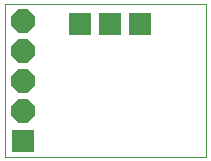
<source format=gbs>
G75*
%MOIN*%
%OFA0B0*%
%FSLAX25Y25*%
%IPPOS*%
%LPD*%
%AMOC8*
5,1,8,0,0,1.08239X$1,22.5*
%
%ADD10C,0.00000*%
%ADD11R,0.07800X0.07800*%
%ADD12OC8,0.07800*%
D10*
X0001400Y0002688D02*
X0001400Y0053869D01*
X0068329Y0053869D01*
X0068329Y0002688D01*
X0001400Y0002688D01*
D11*
X0007306Y0008200D03*
X0026282Y0046979D03*
X0036282Y0046979D03*
X0046282Y0046979D03*
D12*
X0007306Y0048200D03*
X0007306Y0038200D03*
X0007306Y0028200D03*
X0007306Y0018200D03*
M02*

</source>
